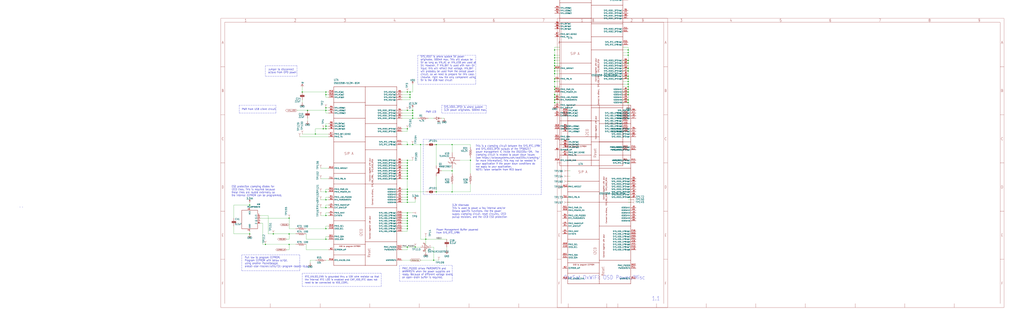
<source format=kicad_sch>
(kicad_sch (version 20210621) (generator eeschema)
  (paper "User" 989.584 318.11)
  (junction (at 535.94 71.12))
  (junction (at 535.94 78.74))
  (junction (at 535.94 96.52))
  (junction (at 396.24 93.98))
  (junction (at 421.64 185.42))
  (junction (at 398.78 106.68))
  (junction (at 297.18 106.68))
  (junction (at 393.7 154.94))
  (junction (at 314.96 220.98))
  (junction (at 398.78 109.22))
  (junction (at 393.7 170.18))
  (junction (at 607.06 60.96))
  (junction (at 607.06 86.36))
  (junction (at 535.94 48.26))
  (junction (at 393.7 215.9))
  (junction (at 312.42 124.46))
  (junction (at 393.7 218.44))
  (junction (at 396.24 88.9))
  (junction (at 264.16 226.06))
  (junction (at 535.94 53.34))
  (junction (at 314.96 104.14))
  (junction (at 393.7 162.56))
  (junction (at 419.1 251.46))
  (junction (at 393.7 213.36))
  (junction (at 393.7 139.7))
  (junction (at 406.4 139.7))
  (junction (at 393.7 193.04))
  (junction (at 535.94 55.88))
  (junction (at 241.3 226.06))
  (junction (at 535.94 60.96))
  (junction (at 607.06 91.44))
  (junction (at 436.88 185.42))
  (junction (at 454.66 154.94))
  (junction (at 607.06 53.34))
  (junction (at 535.94 93.98))
  (junction (at 393.7 205.74))
  (junction (at 607.06 58.42))
  (junction (at 607.06 83.82))
  (junction (at 436.88 165.1))
  (junction (at 535.94 99.06))
  (junction (at 607.06 73.66))
  (junction (at 393.7 187.96))
  (junction (at 314.96 193.04))
  (junction (at 607.06 96.52))
  (junction (at 607.06 78.74))
  (junction (at 393.7 157.48))
  (junction (at 393.7 195.58))
  (junction (at 314.96 200.66))
  (junction (at 398.78 139.7))
  (junction (at 607.06 50.8))
  (junction (at 279.4 236.22))
  (junction (at 436.88 139.7))
  (junction (at 535.94 76.2))
  (junction (at 314.96 231.14))
  (junction (at 279.4 226.06))
  (junction (at 398.78 111.76))
  (junction (at 421.64 139.7))
  (junction (at 393.7 190.5))
  (junction (at 314.96 208.28))
  (junction (at 314.96 185.42))
  (junction (at 304.8 129.54))
  (junction (at 411.48 231.14))
  (junction (at 292.1 88.9))
  (junction (at 393.7 167.64))
  (junction (at 393.7 160.02))
  (junction (at 535.94 58.42))
  (junction (at 393.7 172.72))
  (junction (at 393.7 185.42))
  (junction (at 393.7 124.46))
  (junction (at 393.7 208.28))
  (junction (at 393.7 238.76))
  (junction (at 256.54 236.22))
  (junction (at 241.3 198.12))
  (junction (at 535.94 66.04))
  (junction (at 393.7 165.1))
  (junction (at 607.06 66.04))
  (junction (at 535.94 86.36))
  (junction (at 398.78 114.3))
  (junction (at 314.96 106.68))
  (junction (at 607.06 88.9))
  (junction (at 314.96 91.44))
  (junction (at 535.94 83.82))
  (junction (at 535.94 68.58))
  (junction (at 607.06 48.26))
  (junction (at 401.32 238.76))
  (junction (at 279.4 210.82))
  (junction (at 314.96 88.9))
  (junction (at 396.24 91.44))
  (junction (at 393.7 210.82))
  (junction (at 393.7 88.9))
  (junction (at 607.06 99.06))
  (junction (at 607.06 76.2))
  (junction (at 535.94 63.5))
  (junction (at 314.96 121.92))
  (junction (at 607.06 81.28))
  (junction (at 607.06 68.58))
  (junction (at 393.7 220.98))
  (junction (at 393.7 106.68))
  (junction (at 535.94 91.44))
  (junction (at 314.96 124.46))
  (junction (at 393.7 182.88))
  (wire (pts (xy 436.88 139.7) (xy 454.66 139.7)))
  (wire (pts (xy 314.96 185.42) (xy 309.88 185.42)))
  (wire (pts (xy 304.8 129.54) (xy 317.5 129.54)))
  (wire (pts (xy 259.08 226.06) (xy 259.08 208.28)))
  (wire (pts (xy 607.06 58.42) (xy 601.98 58.42)))
  (wire (pts (xy 421.64 185.42) (xy 421.64 170.18)))
  (wire (pts (xy 393.7 182.88) (xy 393.7 172.72)))
  (wire (pts (xy 411.48 139.7) (xy 406.4 139.7)))
  (polyline (pts (xy 459.74 81.28) (xy 459.74 53.34)))
  (wire (pts (xy 393.7 88.9) (xy 396.24 88.9)))
  (wire (pts (xy 317.5 198.12) (xy 314.96 198.12)))
  (wire (pts (xy 406.4 238.76) (xy 401.32 238.76)))
  (wire (pts (xy 314.96 208.28) (xy 309.88 208.28)))
  (wire (pts (xy 295.91 231.14) (xy 314.96 231.14)))
  (wire (pts (xy 388.62 91.44) (xy 396.24 91.44)))
  (wire (pts (xy 607.06 76.2) (xy 601.98 76.2)))
  (polyline (pts (xy 289.56 246.38) (xy 233.68 246.38)))
  (polyline (pts (xy 292.1 276.86) (xy 368.3 276.86)))
  (polyline (pts (xy 408.94 134.62) (xy 523.24 134.62)))
  (wire (pts (xy 314.96 193.04) (xy 309.88 193.04)))
  (wire (pts (xy 393.7 160.02) (xy 393.7 157.48)))
  (wire (pts (xy 607.06 73.66) (xy 601.98 73.66)))
  (polyline (pts (xy 233.68 246.38) (xy 233.68 261.62)))
  (wire (pts (xy 279.4 220.98) (xy 279.4 210.82)))
  (wire (pts (xy 454.66 167.64) (xy 454.66 154.94)))
  (wire (pts (xy 264.16 226.06) (xy 259.08 226.06)))
  (wire (pts (xy 393.7 139.7) (xy 393.7 137.16)))
  (wire (pts (xy 548.64 165.1) (xy 551.18 165.1)))
  (wire (pts (xy 314.96 124.46) (xy 314.96 121.92)))
  (wire (pts (xy 398.78 109.22) (xy 398.78 111.76)))
  (wire (pts (xy 398.78 205.74) (xy 393.7 205.74)))
  (wire (pts (xy 388.62 185.42) (xy 393.7 185.42)))
  (wire (pts (xy 454.66 154.94) (xy 454.66 152.4)))
  (wire (pts (xy 388.62 215.9) (xy 393.7 215.9)))
  (wire (pts (xy 314.96 190.5) (xy 314.96 193.04)))
  (wire (pts (xy 314.96 88.9) (xy 317.5 88.9)))
  (wire (pts (xy 388.62 96.52) (xy 396.24 96.52)))
  (wire (pts (xy 607.06 60.96) (xy 601.98 60.96)))
  (wire (pts (xy 388.62 160.02) (xy 393.7 160.02)))
  (wire (pts (xy 535.94 48.26) (xy 535.94 53.34)))
  (wire (pts (xy 607.06 91.44) (xy 601.98 91.44)))
  (polyline (pts (xy 233.68 261.62) (xy 289.56 261.62)))
  (polyline (pts (xy 256.54 73.66) (xy 287.02 73.66)))
  (wire (pts (xy 314.96 93.98) (xy 314.96 91.44)))
  (polyline (pts (xy 292.1 264.16) (xy 292.1 276.86)))
  (wire (pts (xy 607.06 88.9) (xy 607.06 86.36)))
  (wire (pts (xy 401.32 238.76) (xy 393.7 238.76)))
  (wire (pts (xy 607.06 83.82) (xy 601.98 83.82)))
  (wire (pts (xy 393.7 127) (xy 393.7 124.46)))
  (wire (pts (xy 396.24 96.52) (xy 396.24 93.98)))
  (wire (pts (xy 317.5 218.44) (xy 314.96 218.44)))
  (wire (pts (xy 398.78 114.3) (xy 388.62 114.3)))
  (wire (pts (xy 299.72 251.46) (xy 299.72 254)))
  (wire (pts (xy 401.32 195.58) (xy 393.7 195.58)))
  (wire (pts (xy 541.02 86.36) (xy 535.94 86.36)))
  (wire (pts (xy 535.94 96.52) (xy 535.94 93.98)))
  (wire (pts (xy 607.06 60.96) (xy 607.06 66.04)))
  (wire (pts (xy 289.56 132.08) (xy 317.5 132.08)))
  (wire (pts (xy 254 236.22) (xy 254 215.9)))
  (wire (pts (xy 548.64 190.5) (xy 551.18 190.5)))
  (wire (pts (xy 419.1 238.76) (xy 416.56 238.76)))
  (polyline (pts (xy 266.7 109.22) (xy 266.7 101.6)))
  (wire (pts (xy 226.06 198.12) (xy 241.3 198.12)))
  (wire (pts (xy 419.1 251.46) (xy 388.62 251.46)))
  (wire (pts (xy 317.5 200.66) (xy 314.96 200.66)))
  (wire (pts (xy 436.88 162.56) (xy 436.88 165.1)))
  (wire (pts (xy 388.62 165.1) (xy 393.7 165.1)))
  (wire (pts (xy 393.7 185.42) (xy 411.48 185.42)))
  (wire (pts (xy 393.7 190.5) (xy 393.7 187.96)))
  (wire (pts (xy 607.06 99.06) (xy 601.98 99.06)))
  (wire (pts (xy 535.94 91.44) (xy 535.94 86.36)))
  (wire (pts (xy 426.72 114.3) (xy 429.26 114.3)))
  (wire (pts (xy 406.4 139.7) (xy 398.78 139.7)))
  (wire (pts (xy 388.62 182.88) (xy 393.7 182.88)))
  (wire (pts (xy 388.62 93.98) (xy 396.24 93.98)))
  (polyline (pts (xy 368.3 276.86) (xy 368.3 264.16)))
  (wire (pts (xy 607.06 66.04) (xy 607.06 68.58)))
  (wire (pts (xy 279.4 231.14) (xy 276.86 231.14)))
  (wire (pts (xy 317.5 109.22) (xy 314.96 109.22)))
  (wire (pts (xy 241.3 198.12) (xy 241.3 195.58)))
  (wire (pts (xy 314.96 218.44) (xy 314.96 220.98)))
  (wire (pts (xy 535.94 60.96) (xy 535.94 63.5)))
  (wire (pts (xy 607.06 81.28) (xy 607.06 78.74)))
  (wire (pts (xy 535.94 68.58) (xy 535.94 71.12)))
  (wire (pts (xy 314.96 121.92) (xy 314.96 119.38)))
  (wire (pts (xy 314.96 119.38) (xy 317.5 119.38)))
  (wire (pts (xy 419.1 251.46) (xy 424.18 251.46)))
  (wire (pts (xy 535.94 71.12) (xy 535.94 76.2)))
  (wire (pts (xy 541.02 83.82) (xy 535.94 83.82)))
  (wire (pts (xy 254 215.9) (xy 251.46 215.9)))
  (wire (pts (xy 551.18 195.58) (xy 548.64 195.58)))
  (wire (pts (xy 607.06 195.58) (xy 609.6 195.58)))
  (wire (pts (xy 393.7 213.36) (xy 393.7 210.82)))
  (wire (pts (xy 535.94 101.6) (xy 535.94 99.06)))
  (wire (pts (xy 314.96 198.12) (xy 314.96 200.66)))
  (wire (pts (xy 541.02 76.2) (xy 535.94 76.2)))
  (wire (pts (xy 393.7 139.7) (xy 398.78 139.7)))
  (polyline (pts (xy 436.88 271.78) (xy 436.88 256.54)))
  (wire (pts (xy 406.4 231.14) (xy 411.48 231.14)))
  (wire (pts (xy 551.18 180.34) (xy 548.64 180.34)))
  (wire (pts (xy 312.42 124.46) (xy 304.8 124.46)))
  (wire (pts (xy 393.7 172.72) (xy 393.7 170.18)))
  (wire (pts (xy 314.96 104.14) (xy 317.5 104.14)))
  (wire (pts (xy 256.54 236.22) (xy 254 236.22)))
  (wire (pts (xy 398.78 109.22) (xy 398.78 106.68)))
  (wire (pts (xy 297.18 106.68) (xy 287.02 106.68)))
  (wire (pts (xy 393.7 241.3) (xy 393.7 238.76)))
  (wire (pts (xy 607.06 86.36) (xy 601.98 86.36)))
  (wire (pts (xy 388.62 241.3) (xy 393.7 241.3)))
  (polyline (pts (xy 469.9 101.6) (xy 469.9 109.22)))
  (wire (pts (xy 454.66 154.94) (xy 444.5 154.94)))
  (wire (pts (xy 541.02 60.96) (xy 535.94 60.96)))
  (wire (pts (xy 388.62 218.44) (xy 393.7 218.44)))
  (wire (pts (xy 431.8 238.76) (xy 431.8 241.3)))
  (wire (pts (xy 419.1 251.46) (xy 419.1 238.76)))
  (wire (pts (xy 393.7 195.58) (xy 393.7 193.04)))
  (polyline (pts (xy 403.86 81.28) (xy 459.74 81.28)))
  (wire (pts (xy 535.94 66.04) (xy 535.94 68.58)))
  (wire (pts (xy 535.94 93.98) (xy 535.94 91.44)))
  (wire (pts (xy 388.62 106.68) (xy 393.7 106.68)))
  (wire (pts (xy 388.62 154.94) (xy 393.7 154.94)))
  (polyline (pts (xy 287.02 73.66) (xy 287.02 63.5)))
  (polyline (pts (xy 469.9 109.22) (xy 426.72 109.22)))
  (wire (pts (xy 314.96 106.68) (xy 297.18 106.68)))
  (wire (pts (xy 431.8 231.14) (xy 411.48 231.14)))
  (wire (pts (xy 607.06 50.8) (xy 607.06 53.34)))
  (wire (pts (xy 279.4 226.06) (xy 285.75 226.06)))
  (wire (pts (xy 393.7 162.56) (xy 393.7 160.02)))
  (wire (pts (xy 393.7 170.18) (xy 393.7 167.64)))
  (polyline (pts (xy 426.72 101.6) (xy 469.9 101.6)))
  (wire (pts (xy 314.96 182.88) (xy 314.96 185.42)))
  (wire (pts (xy 609.6 193.04) (xy 607.06 193.04)))
  (wire (pts (xy 393.7 137.16) (xy 388.62 137.16)))
  (wire (pts (xy 393.7 106.68) (xy 398.78 106.68)))
  (wire (pts (xy 388.62 210.82) (xy 393.7 210.82)))
  (polyline (pts (xy 231.14 101.6) (xy 231.14 109.22)))
  (wire (pts (xy 388.62 88.9) (xy 393.7 88.9)))
  (wire (pts (xy 388.62 162.56) (xy 393.7 162.56)))
  (wire (pts (xy 393.7 208.28) (xy 393.7 205.74)))
  (wire (pts (xy 541.02 55.88) (xy 535.94 55.88)))
  (wire (pts (xy 607.06 101.6) (xy 607.06 99.06)))
  (wire (pts (xy 388.62 172.72) (xy 393.7 172.72)))
  (wire (pts (xy 541.02 58.42) (xy 535.94 58.42)))
  (polyline (pts (xy 408.94 187.96) (xy 408.94 134.62)))
  (wire (pts (xy 314.96 106.68) (xy 314.96 104.14)))
  (wire (pts (xy 411.48 231.14) (xy 411.48 236.22)))
  (wire (pts (xy 535.94 99.06) (xy 535.94 96.52)))
  (wire (pts (xy 607.06 53.34) (xy 601.98 53.34)))
  (wire (pts (xy 259.08 208.28) (xy 251.46 208.28)))
  (wire (pts (xy 454.66 185.42) (xy 454.66 177.8)))
  (wire (pts (xy 607.06 50.8) (xy 601.98 50.8)))
  (wire (pts (xy 541.02 53.34) (xy 535.94 53.34)))
  (wire (pts (xy 393.7 218.44) (xy 393.7 215.9)))
  (wire (pts (xy 535.94 63.5) (xy 535.94 66.04)))
  (polyline (pts (xy 256.54 63.5) (xy 256.54 73.66)))
  (wire (pts (xy 393.7 157.48) (xy 393.7 154.94)))
  (wire (pts (xy 436.88 165.1) (xy 436.88 167.64)))
  (wire (pts (xy 607.06 73.66) (xy 607.06 76.2)))
  (wire (pts (xy 436.88 185.42) (xy 454.66 185.42)))
  (polyline (pts (xy 231.14 109.22) (xy 266.7 109.22)))
  (wire (pts (xy 393.7 187.96) (xy 393.7 185.42)))
  (wire (pts (xy 388.62 220.98) (xy 393.7 220.98)))
  (wire (pts (xy 317.5 185.42) (xy 314.96 185.42)))
  (wire (pts (xy 414.02 114.3) (xy 419.1 114.3)))
  (wire (pts (xy 535.94 45.72) (xy 535.94 48.26)))
  (wire (pts (xy 279.4 241.3) (xy 279.4 236.22)))
  (wire (pts (xy 411.48 228.6) (xy 411.48 231.14)))
  (wire (pts (xy 541.02 45.72) (xy 535.94 45.72)))
  (wire (pts (xy 317.5 228.6) (xy 314.96 228.6)))
  (wire (pts (xy 541.02 78.74) (xy 535.94 78.74)))
  (wire (pts (xy 396.24 88.9) (xy 398.78 88.9)))
  (wire (pts (xy 317.5 106.68) (xy 314.96 106.68)))
  (wire (pts (xy 317.5 231.14) (xy 314.96 231.14)))
  (wire (pts (xy 226.06 210.82) (xy 226.06 198.12)))
  (wire (pts (xy 317.5 205.74) (xy 314.96 205.74)))
  (wire (pts (xy 314.96 205.74) (xy 314.96 208.28)))
  (wire (pts (xy 388.62 109.22) (xy 398.78 109.22)))
  (wire (pts (xy 317.5 251.46) (xy 314.96 251.46)))
  (wire (pts (xy 541.02 93.98) (xy 535.94 93.98)))
  (wire (pts (xy 241.3 200.66) (xy 241.3 198.12)))
  (wire (pts (xy 535.94 55.88) (xy 535.94 58.42)))
  (wire (pts (xy 551.18 170.18) (xy 548.64 170.18)))
  (wire (pts (xy 314.96 228.6) (xy 314.96 231.14)))
  (wire (pts (xy 406.4 139.7) (xy 406.4 231.14)))
  (wire (pts (xy 317.5 220.98) (xy 314.96 220.98)))
  (wire (pts (xy 541.02 63.5) (xy 535.94 63.5)))
  (wire (pts (xy 388.62 111.76) (xy 398.78 111.76)))
  (wire (pts (xy 535.94 58.42) (xy 535.94 60.96)))
  (wire (pts (xy 314.96 88.9) (xy 292.1 88.9)))
  (polyline (pts (xy 436.88 256.54) (xy 386.08 256.54)))
  (wire (pts (xy 292.1 99.06) (xy 292.1 96.52)))
  (wire (pts (xy 388.62 195.58) (xy 393.7 195.58)))
  (polyline (pts (xy 368.3 264.16) (xy 292.1 264.16)))
  (wire (pts (xy 317.5 91.44) (xy 314.96 91.44)))
  (wire (pts (xy 398.78 114.3) (xy 403.86 114.3)))
  (wire (pts (xy 295.91 236.22) (xy 295.91 241.3)))
  (polyline (pts (xy 289.56 261.62) (xy 289.56 246.38)))
  (wire (pts (xy 317.5 124.46) (xy 314.96 124.46)))
  (wire (pts (xy 535.94 86.36) (xy 535.94 83.82)))
  (wire (pts (xy 607.06 68.58) (xy 601.98 68.58)))
  (wire (pts (xy 393.7 193.04) (xy 393.7 190.5)))
  (wire (pts (xy 317.5 182.88) (xy 314.96 182.88)))
  (wire (pts (xy 421.64 160.02) (xy 421.64 139.7)))
  (wire (pts (xy 454.66 139.7) (xy 454.66 142.24)))
  (wire (pts (xy 607.06 96.52) (xy 607.06 91.44)))
  (wire (pts (xy 607.06 53.34) (xy 607.06 58.42)))
  (wire (pts (xy 535.94 78.74) (xy 535.94 76.2)))
  (wire (pts (xy 436.88 147.32) (xy 436.88 139.7)))
  (wire (pts (xy 436.88 177.8) (xy 436.88 185.42)))
  (wire (pts (xy 607.06 81.28) (xy 601.98 81.28)))
  (wire (pts (xy 393.7 165.1) (xy 393.7 162.56)))
  (wire (pts (xy 388.62 127) (xy 393.7 127)))
  (wire (pts (xy 541.02 66.04) (xy 535.94 66.04)))
  (wire (pts (xy 393.7 185.42) (xy 393.7 182.88)))
  (wire (pts (xy 317.5 190.5) (xy 314.96 190.5)))
  (wire (pts (xy 607.06 48.26) (xy 601.98 48.26)))
  (polyline (pts (xy 386.08 256.54) (xy 386.08 271.78)))
  (polyline (pts (xy 426.72 109.22) (xy 426.72 101.6)))
  (wire (pts (xy 398.78 88.9) (xy 398.78 81.28)))
  (polyline (pts (xy 386.08 271.78) (xy 436.88 271.78)))
  (wire (pts (xy 607.06 45.72) (xy 601.98 45.72)))
  (wire (pts (xy 292.1 129.54) (xy 304.8 129.54)))
  (polyline (pts (xy 287.02 63.5) (xy 256.54 63.5)))
  (wire (pts (xy 421.64 139.7) (xy 436.88 139.7)))
  (wire (pts (xy 317.5 121.92) (xy 314.96 121.92)))
  (polyline (pts (xy 523.24 187.96) (xy 408.94 187.96)))
  (wire (pts (xy 398.78 111.76) (xy 398.78 114.3)))
  (wire (pts (xy 317.5 93.98) (xy 314.96 93.98)))
  (wire (pts (xy 607.06 48.26) (xy 607.06 50.8)))
  (wire (pts (xy 314.96 124.46) (xy 312.42 124.46)))
  (wire (pts (xy 548.64 175.26) (xy 551.18 175.26)))
  (wire (pts (xy 388.62 187.96) (xy 393.7 187.96)))
  (wire (pts (xy 279.4 241.3) (xy 276.86 241.3)))
  (wire (pts (xy 292.1 83.82) (xy 292.1 88.9)))
  (wire (pts (xy 297.18 116.84) (xy 297.18 114.3)))
  (wire (pts (xy 541.02 99.06) (xy 535.94 99.06)))
  (wire (pts (xy 607.06 96.52) (xy 601.98 96.52)))
  (wire (pts (xy 607.06 45.72) (xy 607.06 48.26)))
  (wire (pts (xy 541.02 91.44) (xy 535.94 91.44)))
  (wire (pts (xy 226.06 226.06) (xy 241.3 226.06)))
  (wire (pts (xy 279.4 231.14) (xy 279.4 226.06)))
  (wire (pts (xy 436.88 165.1) (xy 426.72 165.1)))
  (wire (pts (xy 388.62 167.64) (xy 393.7 167.64)))
  (wire (pts (xy 388.62 157.48) (xy 393.7 157.48)))
  (wire (pts (xy 241.3 226.06) (xy 241.3 223.52)))
  (wire (pts (xy 393.7 238.76) (xy 388.62 238.76)))
  (wire (pts (xy 541.02 48.26) (xy 535.94 48.26)))
  (wire (pts (xy 285.75 220.98) (xy 279.4 220.98)))
  (wire (pts (xy 607.06 58.42) (xy 607.06 60.96)))
  (wire (pts (xy 314.96 109.22) (xy 314.96 106.68)))
  (wire (pts (xy 607.06 66.04) (xy 601.98 66.04)))
  (wire (pts (xy 388.62 190.5) (xy 393.7 190.5)))
  (wire (pts (xy 393.7 215.9) (xy 393.7 213.36)))
  (wire (pts (xy 607.06 78.74) (xy 601.98 78.74)))
  (wire (pts (xy 279.4 226.06) (xy 264.16 226.06)))
  (polyline (pts (xy 523.24 134.62) (xy 523.24 187.96)))
  (wire (pts (xy 393.7 154.94) (xy 398.78 154.94)))
  (wire (pts (xy 388.62 139.7) (xy 393.7 139.7)))
  (wire (pts (xy 304.8 251.46) (xy 299.72 251.46)))
  (wire (pts (xy 396.24 91.44) (xy 396.24 88.9)))
  (wire (pts (xy 295.91 220.98) (xy 314.96 220.98)))
  (wire (pts (xy 317.5 193.04) (xy 314.96 193.04)))
  (wire (pts (xy 541.02 96.52) (xy 535.94 96.52)))
  (wire (pts (xy 607.06 83.82) (xy 607.06 81.28)))
  (wire (pts (xy 309.88 162.56) (xy 317.5 162.56)))
  (wire (pts (xy 398.78 106.68) (xy 398.78 104.14)))
  (wire (pts (xy 535.94 53.34) (xy 535.94 55.88)))
  (wire (pts (xy 401.32 193.04) (xy 401.32 195.58)))
  (wire (pts (xy 535.94 78.74) (xy 535.94 83.82)))
  (wire (pts (xy 393.7 220.98) (xy 393.7 218.44)))
  (polyline (pts (xy 403.86 53.34) (xy 403.86 81.28)))
  (wire (pts (xy 388.62 170.18) (xy 393.7 170.18)))
  (wire (pts (xy 607.06 88.9) (xy 601.98 88.9)))
  (wire (pts (xy 317.5 208.28) (xy 314.96 208.28)))
  (wire (pts (xy 279.4 236.22) (xy 256.54 236.22)))
  (wire (pts (xy 393.7 223.52) (xy 393.7 220.98)))
  (wire (pts (xy 279.4 210.82) (xy 251.46 210.82)))
  (wire (pts (xy 388.62 205.74) (xy 393.7 205.74)))
  (wire (pts (xy 393.7 210.82) (xy 393.7 208.28)))
  (wire (pts (xy 388.62 193.04) (xy 393.7 193.04)))
  (wire (pts (xy 388.62 208.28) (xy 393.7 208.28)))
  (wire (pts (xy 304.8 124.46) (xy 304.8 129.54)))
  (wire (pts (xy 295.91 226.06) (xy 295.91 231.14)))
  (wire (pts (xy 309.88 172.72) (xy 317.5 172.72)))
  (wire (pts (xy 607.06 190.5) (xy 609.6 190.5)))
  (wire (pts (xy 541.02 68.58) (xy 535.94 68.58)))
  (wire (pts (xy 607.06 68.58) (xy 607.06 73.66)))
  (wire (pts (xy 226.06 218.44) (xy 226.06 226.06)))
  (wire (pts (xy 396.24 93.98) (xy 396.24 91.44)))
  (wire (pts (xy 285.75 236.22) (xy 279.4 236.22)))
  (wire (pts (xy 436.88 185.42) (xy 421.64 185.42)))
  (wire (pts (xy 314.96 200.66) (xy 309.88 200.66)))
  (wire (pts (xy 314.96 91.44) (xy 314.96 88.9)))
  (wire (pts (xy 393.7 167.64) (xy 393.7 165.1)))
  (wire (pts (xy 411.48 243.84) (xy 411.48 241.3)))
  (wire (pts (xy 607.06 78.74) (xy 607.06 76.2)))
  (polyline (pts (xy 266.7 101.6) (xy 231.14 101.6)))
  (wire (pts (xy 295.91 241.3) (xy 317.5 241.3)))
  (wire (pts (xy 388.62 223.52) (xy 393.7 223.52)))
  (wire (pts (xy 541.02 71.12) (xy 535.94 71.12)))
  (wire (pts (xy 388.62 213.36) (xy 393.7 213.36)))
  (polyline (pts (xy 459.74 53.34) (xy 403.86 53.34)))
  (wire (pts (xy 607.06 91.44) (xy 607.06 88.9)))
  (wire (pts (xy 393.7 124.46) (xy 388.62 124.46)))
  (wire (pts (xy 607.06 99.06) (xy 607.06 96.52)))
  (wire (pts (xy 607.06 86.36) (xy 607.06 83.82)))
  (text "Pull low to program EEPROM.\nProgram EEPROM with below script,\nusing another Pocketbeagle\noresat-star-tracker/utils/i2c-program-board-id.py" (at 236.474 258.572 0) (effects (font (size 1.778 1.5113)) (justify left bottom)))
  (text "ESD protection clamping diodes for\nI2C0 lines. This is required because\nthese lines are routed externally so\nthe internal EEPROM can be programmed." (at 223.774 189.992 0) (effects (font (size 1.778 1.5113)) (justify left bottom)))
  (text "This is a clamping circuit between the SYS_RTC_1P8V\nand SYS_VDD3_3P3V outputs of the TPS65217\npower management IC inside the OSD335x-SM.  The\nclamping circuit is related to power down issues\n(see https://octavosystems.com/osd335x/clamping/\nfor more information). This may not be needed in\nyour application if the power down conditions do\nnot apply to your application.\nNOTE: Taken verbatim from RED board" (at 459.74 165.1 0) (effects (font (size 1.778 1.5113)) (justify left bottom)))
  (text "RTC_KALDO_ENN is grounded thru a 10K ohm resistor so that\nthe internal RTC LDO is enabled and CAP_VDD_RTC does not\nneed to be connected to VDD_CORE." (at 294.64 274.32 0) (effects (font (size 1.778 1.5113)) (justify left bottom)))
  (text "3.3V Alternate\nThis is used to power a few internal and/or\nOctavo specific functions, like the power\nsupply clamping circuit, reset circuitry, I2C0\npullup resistors, and the I2C0 ESD protection" (at 436.88 210.82 0) (effects (font (size 1.778 1.5113)) (justify left bottom)))
  (text "Jumper to disconnect\noctavo from OPD power" (at 259.08 71.12 180) (effects (font (size 1.778 1.5113)) (justify left bottom)))
  (text "SYS_VDD1_3P3V is where system\n3.3V power originates, 500mA max," (at 429.006 107.442 0) (effects (font (size 1.778 1.5113)) (justify left bottom)))
  (text "\" \"" (at 18.796 202.184 180) (effects (font (size 1.778 1.5113)) (justify left bottom)))
  (text "PMIC_PGOOD drives PWRONRSTN and\nWARMRSTN when the power supplies are\nready. Because of different voltage levels,\nan open-drain buffer is required." (at 388.62 269.24 0) (effects (font (size 1.778 1.5113)) (justify left bottom)))
  (text "OreSat DxWiFi: OSD Power/Misc" (at 544.83 270.51 180) (effects (font (size 3.81 3.2385)) (justify left bottom)))
  (text "SYS_VOUT is where system 5V power\noriginates, 500mA max. This will always be\n5V as long as VIN_AC or VIN_USB are used at\n5V. However, if VIN_BAT is used with non-5V\ninput, this will reflect that voltage. VIN_BAT\nwill probably be used from the oresat power\ncircuit, so we need to prepare for this case.\nLikewise, right now the only component using\n5V is the USB host circuit" (at 406.4 78.74 0) (effects (font (size 1.778 1.5113)) (justify left bottom)))
  (text "Power Management Buffer powered\nfrom SYS_RTC_1P8V" (at 421.64 226.06 180) (effects (font (size 1.778 1.5113)) (justify left bottom)))
  (text "PWR from USB client circuit" (at 233.68 106.68 180) (effects (font (size 1.778 1.5113)) (justify left bottom)))
  (text "1.1" (at 629.92 290.83 180) (effects (font (size 3.81 3.2385)) (justify left bottom)))
  (text "PWR LED" (at 411.48 109.22 180) (effects (font (size 1.778 1.5113)) (justify left bottom)))
  (label "N$53" (at 421.64 231.14 0) (effects (font (size 1.2446 1.2446))))
  (label "PMIC_PGOOD" (at 388.62 238.76 0) (effects (font (size 1.2446 1.2446))))
  (global_label "I2C0_SCL" (shape bidirectional) (at 279.4 217.17 180) (effects (font (size 0.889 0.889))) (property "Intersheet References" "${INTERSHEET_REFS}" (effects hide)))
  (global_label "RESET#" (shape bidirectional) (at 396.24 251.46 0) (effects (font (size 1.2446 1.2446))) (property "Intersheet References" "${INTERSHEET_REFS}" (effects hide)))
  (global_label "VIN_USB" (shape bidirectional) (at 287.02 106.68 180) (effects (font (size 1.2446 1.2446))) (property "Intersheet References" "${INTERSHEET_REFS}" (effects hide)))
  (global_label "I2C0_SDA" (shape bidirectional) (at 276.86 231.14 180) (effects (font (size 0.889 0.889))) (property "Intersheet References" "${INTERSHEET_REFS}" (effects hide)))
  (global_label "EEPROM_WP" (shape bidirectional) (at 276.86 241.3 180) (effects (font (size 0.889 0.889))) (property "Intersheet References" "${INTERSHEET_REFS}" (effects hide)))
  (symbol (lib_id "oresat-live-card-eagle-import:OSD3358-512M-BSM") (at 353.06 167.64 0)
    (property "Reference" "U7" (at 322.58 76.2 0) (effects (font (size 1.778 1.5113)) (justify left top)))
    (property "Value" "OSD3358-512M-BSM" (at 322.58 81.28 0) (effects (font (size 1.778 1.5113)) (justify left bottom)))
    (property "Footprint" "OSD335X-BGA-256" (effects hide))
  )
  (symbol (lib_id "oresat-live-card-eagle-import:TEST-POINT3X4") (at 309.88 193.04 90)
    (property "Reference" "TP132" (at 307.975 194.31 0) (effects (font (size 1.778 1.778)) (justify left bottom)))
    (property "Value" "TEST-POINT3X4" (effects hide))
    (property "Footprint" "PAD.03X.04" (effects hide))
  )
  (symbol (lib_id "oresat-live-card-eagle-import:VDD") (at 398.78 81.28 0)
    (property "Reference" "#SUPPLY3" (effects hide))
    (property "Value" "VDD" (at 398.78 78.486 0) (effects (font (size 1.778 1.5113)) (justify bottom)))
  )
  (symbol (lib_id "oresat-live-card-eagle-import:R-US_0603-A") (at 436.88 172.72 270)
    (property "Reference" "R23" (at 434.34 172.72 90) (effects (font (size 1.778 1.5113)) (justify right top)))
    (property "Value" "499" (at 434.34 175.26 90) (effects (font (size 1.778 1.5113)) (justify right top)))
    (property "Footprint" ".0603-A" (effects hide))
  )
  (symbol (lib_id "oresat-live-card-eagle-import:MMBT2907SMD") (at 424.18 165.1 180)
    (property "Reference" "Q1" (at 424.18 157.48 0) (effects (font (size 1.778 1.5113)) (justify right bottom)))
    (property "Value" "MMBT2907" (at 424.18 160.02 0) (effects (font (size 1.778 1.5113)) (justify right bottom)))
    (property "Footprint" "SOT23-BEC" (effects hide))
  )
  (symbol (lib_id "oresat-live-card-eagle-import:C-EU0603-A") (at 226.06 213.36 0)
    (property "Reference" "C41" (at 227.076 212.725 0) (effects (font (size 1.778 1.5113)) (justify left bottom)))
    (property "Value" "0.1uF" (at 227.076 217.551 0) (effects (font (size 1.778 1.5113)) (justify left bottom)))
    (property "Footprint" ".0603-A" (effects hide))
  )
  (symbol (lib_id "oresat-live-card-eagle-import:TEST-POINT3X4") (at 398.78 139.7 90)
    (property "Reference" "TP164" (at 402.59 139.065 0) (effects (font (size 1.778 1.778)) (justify left bottom)))
    (property "Value" "TEST-POINT3X4" (effects hide))
    (property "Footprint" "PAD.03X.04" (effects hide))
  )
  (symbol (lib_id "oresat-live-card-eagle-import:R-US_0603-A") (at 454.66 172.72 270)
    (property "Reference" "R28" (at 452.12 172.72 90) (effects (font (size 1.778 1.5113)) (justify right top)))
    (property "Value" "10k" (at 452.12 175.26 90) (effects (font (size 1.778 1.5113)) (justify right top)))
    (property "Footprint" ".0603-A" (effects hide))
  )
  (symbol (lib_id "oresat-live-card-eagle-import:GND") (at 297.18 119.38 0)
    (property "Reference" "#GND68" (effects hide))
    (property "Value" "GND" (at 297.18 119.634 0) (effects (font (size 1.778 1.5113)) (justify top)))
  )
  (symbol (lib_id "oresat-live-card-eagle-import:R-US_0603-A") (at 309.88 251.46 0)
    (property "Reference" "R15" (at 306.07 249.9614 0) (effects (font (size 1.778 1.5113)) (justify left bottom)))
    (property "Value" "10k" (at 306.07 254.762 0) (effects (font (size 1.778 1.5113)) (justify left bottom)))
    (property "Footprint" ".0603-A" (effects hide))
  )
  (symbol (lib_id "oresat-live-card-eagle-import:TEST-POINT3X4") (at 609.6 190.5 0)
    (property "Reference" "TP172" (at 614.172 191.262 0) (effects (font (size 1.778 1.778)) (justify left bottom)))
    (property "Value" "TEST-POINT3X4" (effects hide))
    (property "Footprint" "PAD.03X.04" (effects hide))
  )
  (symbol (lib_id "oresat-live-card-eagle-import:RCLAMP0504FB") (at 241.3 210.82 0) (mirror y)
    (property "Reference" "U18" (at 251.46 198.12 0) (effects (font (size 1.27 1.0795)) (justify left bottom)))
    (property "Value" "RCLAMP0504FB" (at 251.46 200.66 0) (effects (font (size 1.27 1.0795)) (justify left bottom)))
    (property "Footprint" "SC70-6" (effects hide))
  )
  (symbol (lib_id "oresat-live-card-eagle-import:TEST-POINT3X4") (at 609.6 193.04 0)
    (property "Reference" "TP150" (at 614.172 193.802 0) (effects (font (size 1.778 1.778)) (justify left bottom)))
    (property "Value" "TEST-POINT3X4" (effects hide))
    (property "Footprint" "PAD.03X.04" (effects hide))
  )
  (symbol (lib_id "oresat-live-card-eagle-import:OSD3358-512M-BSM") (at 571.5 71.12 0)
    (property "Reference" "U7" (at 548.64 35.56 0) (effects (font (size 1.778 1.5113)) (justify left top)))
    (property "Value" "OSD3358-512M-BSM" (at 571.5 73.66 0) (effects (font (size 1.778 1.5113)) (justify left bottom)))
    (property "Footprint" "OSD335X-BGA-256" (effects hide))
  )
  (symbol (lib_id "oresat-live-card-eagle-import:R-US_0603-A") (at 290.83 220.98 0)
    (property "Reference" "R73" (at 287.02 219.71 0) (effects (font (size 1.778 1.5113)) (justify left bottom)))
    (property "Value" "100" (at 293.37 219.71 0) (effects (font (size 1.778 1.5113)) (justify left bottom)))
    (property "Footprint" ".0603-A" (effects hide))
  )
  (symbol (lib_id "oresat-live-card-eagle-import:TEST-POINT3X4") (at 548.64 170.18 180)
    (property "Reference" "TP154" (at 544.068 169.418 0) (effects (font (size 1.778 1.778)) (justify left bottom)))
    (property "Value" "TEST-POINT3X4" (effects hide))
    (property "Footprint" "PAD.03X.04" (effects hide))
  )
  (symbol (lib_id "oresat-live-card-eagle-import:TEST-POINT3X4") (at 309.88 172.72 90)
    (property "Reference" "TP102" (at 307.975 173.99 0) (effects (font (size 1.778 1.778)) (justify left bottom)))
    (property "Value" "TEST-POINT3X4" (effects hide))
    (property "Footprint" "PAD.03X.04" (effects hide))
  )
  (symbol (lib_id "oresat-live-card-eagle-import:TEST-POINT3X4") (at 264.16 226.06 90)
    (property "Reference" "TP151" (at 262.255 223.52 0) (effects (font (size 1.778 1.778)) (justify left bottom)))
    (property "Value" "TEST-POINT3X4" (effects hide))
    (property "Footprint" "PAD.03X.04" (effects hide))
  )
  (symbol (lib_id "oresat-live-card-eagle-import:GND") (at 607.06 104.14 0)
    (property "Reference" "#GND74" (effects hide))
    (property "Value" "GND" (at 607.06 104.394 0) (effects (font (size 1.778 1.5113)) (justify top)))
  )
  (symbol (lib_id "oresat-live-card-eagle-import:TEST-POINT3X4") (at 256.54 236.22 90)
    (property "Reference" "TP112" (at 255.905 234.95 0) (effects (font (size 1.778 1.778)) (justify left bottom)))
    (property "Value" "TEST-POINT3X4" (effects hide))
    (property "Footprint" "PAD.03X.04" (effects hide))
  )
  (symbol (lib_id "oresat-live-card-eagle-import:TEST-POINT3X4") (at 424.18 251.46 90)
    (property "Reference" "TP109" (at 420.878 254.762 90) (effects (font (size 1.778 1.778)) (justify right top)))
    (property "Value" "TEST-POINT3X4" (effects hide))
    (property "Footprint" "PAD.03X.04" (effects hide))
  )
  (symbol (lib_id "oresat-live-card-eagle-import:3.3VA") (at 401.32 190.5 0)
    (property "Reference" "#3.3VA1" (effects hide))
    (property "Value" "3.3VA" (at 401.32 190.246 0) (effects (font (size 1.778 1.5113)) (justify bottom)))
  )
  (symbol (lib_id "oresat-live-card-eagle-import:TEST-POINT3X4") (at 548.64 165.1 180)
    (property "Reference" "TP156" (at 544.068 164.338 0) (effects (font (size 1.778 1.778)) (justify left bottom)))
    (property "Value" "TEST-POINT3X4" (effects hide))
    (property "Footprint" "PAD.03X.04" (effects hide))
  )
  (symbol (lib_id "oresat-live-card-eagle-import:TEST-POINT3X4") (at 309.88 162.56 90)
    (property "Reference" "TP136" (at 307.975 163.83 0) (effects (font (size 1.778 1.778)) (justify left bottom)))
    (property "Value" "TEST-POINT3X4" (effects hide))
    (property "Footprint" "PAD.03X.04" (effects hide))
  )
  (symbol (lib_id "oresat-live-card-eagle-import:OSD3358-512M-BSM") (at 579.12 185.42 0)
    (property "Reference" "U7" (at 558.8 157.48 0) (effects (font (size 1.778 1.5113)) (justify left top)))
    (property "Value" "OSD3358-512M-BSM" (at 579.12 187.96 0) (effects (font (size 1.778 1.5113)) (justify left bottom)))
    (property "Footprint" "OSD335X-BGA-256" (effects hide))
  )
  (symbol (lib_id "oresat-live-card-eagle-import:GND") (at 241.3 228.6 0)
    (property "Reference" "#GND54" (effects hide))
    (property "Value" "GND" (at 241.3 228.854 0) (effects (font (size 1.778 1.5113)) (justify top)))
  )
  (symbol (lib_id "oresat-live-card-eagle-import:TEST-POINT3X4") (at 309.88 208.28 90)
    (property "Reference" "TP167" (at 307.975 209.55 0) (effects (font (size 1.778 1.778)) (justify left bottom)))
    (property "Value" "TEST-POINT3X4" (effects hide))
    (property "Footprint" "PAD.03X.04" (effects hide))
  )
  (symbol (lib_id "oresat-live-card-eagle-import:LED-GREEN0603") (at 421.64 114.3 90)
    (property "Reference" "D1" (at 426.212 117.729 90) (effects (font (size 1.778 1.778)) (justify left bottom)))
    (property "Value" "GREEN" (at 426.212 112.395 90) (effects (font (size 1.778 1.778)) (justify left top)))
    (property "Footprint" "LED-0603" (effects hide))
    (property "Value" "Green 573nm LED Indication - Discrete 2V 0603 (1608 Metric)" (effects hide))
    (property "Value" "732-12017-1-ND" (effects hide))
    (property "Value" "Würth Elektronik" (effects hide))
    (property "Value" "150060VS55040" (effects hide))
  )
  (symbol (lib_id "oresat-live-card-eagle-import:R-US_0603-A") (at 454.66 147.32 270)
    (property "Reference" "R31" (at 452.12 142.24 90) (effects (font (size 1.778 1.5113)) (justify right top)))
    (property "Value" "40.2K" (at 452.12 144.78 90) (effects (font (size 1.778 1.5113)) (justify right top)))
    (property "Footprint" ".0603-A" (effects hide))
  )
  (symbol (lib_id "oresat-live-card-eagle-import:FRAME_B_L") (at 213.36 297.18 0)
    (property "Reference" "#FRAME5" (effects hide))
    (property "Value" "FRAME_B_L" (effects hide))
  )
  (symbol (lib_id "oresat-live-card-eagle-import:TEST-POINT3X4") (at 548.64 180.34 180)
    (property "Reference" "TP166" (at 544.068 179.578 0) (effects (font (size 1.778 1.778)) (justify left bottom)))
    (property "Value" "TEST-POINT3X4" (effects hide))
    (property "Footprint" "PAD.03X.04" (effects hide))
  )
  (symbol (lib_id "oresat-live-card-eagle-import:TEST-POINT3X4") (at 393.7 124.46 90)
    (property "Reference" "TP161" (at 397.51 123.19 0) (effects (font (size 1.778 1.778)) (justify left bottom)))
    (property "Value" "TEST-POINT3X4" (effects hide))
    (property "Footprint" "PAD.03X.04" (effects hide))
  )
  (symbol (lib_id "oresat-live-card-eagle-import:GND") (at 429.26 116.84 0)
    (property "Reference" "#GND71" (effects hide))
    (property "Value" "GND" (at 429.26 117.094 0) (effects (font (size 1.778 1.5113)) (justify top)))
  )
  (symbol (lib_id "oresat-live-card-eagle-import:TEST-POINT3X4") (at 548.64 175.26 180)
    (property "Reference" "TP160" (at 544.068 174.498 0) (effects (font (size 1.778 1.778)) (justify left bottom)))
    (property "Value" "TEST-POINT3X4" (effects hide))
    (property "Footprint" "PAD.03X.04" (effects hide))
  )
  (symbol (lib_id "oresat-live-card-eagle-import:SN74LVC1G07DCK") (at 411.48 238.76 0)
    (property "Reference" "U4" (at 413.258 242.062 0) (effects (font (size 1.778 1.5113)) (justify left bottom)))
    (property "Value" "SN74LVC1G07DCK" (at 413.258 244.094 0) (effects (font (size 1.778 1.5113)) (justify left bottom)))
    (property "Footprint" "C70(TI-DCK)" (effects hide))
  )
  (symbol (lib_id "oresat-live-card-eagle-import:TEST-POINT3X4") (at 292.1 129.54 90)
    (property "Reference" "TP130" (at 292.862 125.73 0) (effects (font (size 1.778 1.778)) (justify left bottom)))
    (property "Value" "TEST-POINT3X4" (effects hide))
    (property "Footprint" "PAD.03X.04" (effects hide))
  )
  (symbol (lib_id "oresat-live-card-eagle-import:GND") (at 292.1 101.6 0)
    (property "Reference" "#GND66" (effects hide))
    (property "Value" "GND" (at 292.1 101.854 0) (effects (font (size 1.778 1.5113)) (justify top)))
  )
  (symbol (lib_id "oresat-live-card-eagle-import:TEST-POINT3X4") (at 398.78 205.74 0)
    (property "Reference" "TP9" (at 398.145 210.185 0) (effects (font (size 1.778 1.778)) (justify left bottom)))
    (property "Value" "TEST-POINT3X4" (effects hide))
    (property "Footprint" "PAD.03X.04" (effects hide))
  )
  (symbol (lib_id "oresat-live-card-eagle-import:TEST-POINT3X4") (at 309.88 185.42 90)
    (property "Reference" "TP121" (at 307.975 186.69 0) (effects (font (size 1.778 1.778)) (justify left bottom)))
    (property "Value" "TEST-POINT3X4" (effects hide))
    (property "Footprint" "PAD.03X.04" (effects hide))
  )
  (symbol (lib_id "oresat-live-card-eagle-import:JUMPER-SMT_2_NC_TRACE_SILK") (at 416.56 185.42 0)
    (property "Reference" "JP101" (at 414.02 182.88 0) (effects (font (size 1.778 1.778)) (justify left bottom)))
    (property "Value" "JUMPER-SMT_2_NC_TRACE_SILK" (effects hide))
    (property "Footprint" "SMT-JUMPER_2_NC_TRACE_SILK" (effects hide))
  )
  (symbol (lib_id "oresat-live-card-eagle-import:C-EUC1210") (at 292.1 91.44 0)
    (property "Reference" "C14" (at 290.576 94.361 0) (effects (font (size 1.778 1.5113)) (justify right top)))
    (property "Value" "22uF" (at 290.576 96.901 0) (effects (font (size 1.778 1.5113)) (justify right top)))
    (property "Footprint" "C1210" (effects hide))
  )
  (symbol (lib_id "oresat-live-card-eagle-import:3.3V") (at 398.78 101.6 0)
    (property "Reference" "#3V-28" (effects hide))
    (property "Value" "3.3V" (at 398.145 100.965 0) (effects (font (size 1.778 1.5113)) (justify left bottom)))
  )
  (symbol (lib_id "oresat-live-card-eagle-import:TEST-POINT3X4") (at 411.48 228.6 90)
    (property "Reference" "TP14" (at 416.56 228.6 0) (effects (font (size 1.778 1.778)) (justify left bottom)))
    (property "Value" "TEST-POINT3X4" (effects hide))
    (property "Footprint" "PAD.03X.04" (effects hide))
  )
  (symbol (lib_id "oresat-live-card-eagle-import:TEST-POINT3X4") (at 314.96 104.14 90)
    (property "Reference" "TP2" (at 312.42 102.235 0) (effects (font (size 1.778 1.778)) (justify left bottom)))
    (property "Value" "TEST-POINT3X4" (effects hide))
    (property "Footprint" "PAD.03X.04" (effects hide))
  )
  (symbol (lib_id "oresat-live-card-eagle-import:TEST-POINT3X4") (at 393.7 88.9 90)
    (property "Reference" "TP3" (at 394.335 85.09 0) (effects (font (size 1.778 1.778)) (justify left bottom)))
    (property "Value" "TEST-POINT3X4" (effects hide))
    (property "Footprint" "PAD.03X.04" (effects hide))
  )
  (symbol (lib_id "oresat-live-card-eagle-import:TEST-POINT3X4") (at 548.64 195.58 180)
    (property "Reference" "TP157" (at 544.068 194.818 0) (effects (font (size 1.778 1.778)) (justify left bottom)))
    (property "Value" "TEST-POINT3X4" (effects hide))
    (property "Footprint" "PAD.03X.04" (effects hide))
  )
  (symbol (lib_id "oresat-live-card-eagle-import:JUMPER-SMT_2_NC_TRACE_SILK") (at 416.56 139.7 0)
    (property "Reference" "JP104" (at 414.02 137.16 0) (effects (font (size 1.778 1.778)) (justify left bottom)))
    (property "Value" "JUMPER-SMT_2_NC_TRACE_SILK" (effects hide))
    (property "Footprint" "SMT-JUMPER_2_NC_TRACE_SILK" (effects hide))
  )
  (symbol (lib_id "oresat-live-card-eagle-import:C-EUC1210") (at 297.18 109.22 0)
    (property "Reference" "C13" (at 288.544 111.379 0) (effects (font (size 1.778 1.5113)) (justify left bottom)))
    (property "Value" "22uF" (at 288.544 113.919 0) (effects (font (size 1.778 1.5113)) (justify left bottom)))
    (property "Footprint" "C1210" (effects hide))
  )
  (symbol (lib_id "oresat-live-card-eagle-import:TEST-POINT3X4") (at 312.42 124.46 90)
    (property "Reference" "TP4" (at 313.182 120.142 0) (effects (font (size 1.778 1.778)) (justify left bottom)))
    (property "Value" "TEST-POINT3X4" (effects hide))
    (property "Footprint" "PAD.03X.04" (effects hide))
  )
  (symbol (lib_id "oresat-live-card-eagle-import:GND") (at 299.72 256.54 0)
    (property "Reference" "#GND69" (effects hide))
    (property "Value" "GND" (at 299.72 256.794 0) (effects (font (size 1.778 1.5113)) (justify top)))
  )
  (symbol (lib_id "oresat-live-card-eagle-import:GND") (at 535.94 104.14 0)
    (property "Reference" "#GND73" (effects hide))
    (property "Value" "GND" (at 535.94 104.394 0) (effects (font (size 1.778 1.5113)) (justify top)))
  )
  (symbol (lib_id "oresat-live-card-eagle-import:FRAME_B_L") (at 538.48 297.18 0)
    (property "Reference" "#FRAME5" (effects hide))
    (property "Value" "FRAME_B_L" (effects hide))
  )
  (symbol (lib_id "oresat-live-card-eagle-import:GND") (at 411.48 246.38 0)
    (property "Reference" "#GND70" (effects hide))
    (property "Value" "GND" (at 411.48 246.634 0) (effects (font (size 1.778 1.5113)) (justify top)))
  )
  (symbol (lib_id "oresat-live-card-eagle-import:3.3VA") (at 241.3 193.04 0)
    (property "Reference" "#3.3VA2" (effects hide))
    (property "Value" "3.3VA" (at 241.3 192.786 0) (effects (font (size 1.778 1.5113)) (justify bottom)))
  )
  (symbol (lib_id "oresat-live-card-eagle-import:TEST-POINT3X4") (at 393.7 106.68 90)
    (property "Reference" "TP25" (at 397.51 105.41 0) (effects (font (size 1.778 1.778)) (justify left bottom)))
    (property "Value" "TEST-POINT3X4" (effects hide))
    (property "Footprint" "PAD.03X.04" (effects hide))
  )
  (symbol (lib_id "oresat-live-card-eagle-import:TEST-POINT3X4") (at 279.4 210.82 90)
    (property "Reference" "TP155" (at 277.495 208.28 0) (effects (font (size 1.778 1.778)) (justify left bottom)))
    (property "Value" "TEST-POINT3X4" (effects hide))
    (property "Footprint" "PAD.03X.04" (effects hide))
  )
  (symbol (lib_id "oresat-live-card-eagle-import:TEST-POINT3X4") (at 309.88 200.66 90)
    (property "Reference" "TP140" (at 307.975 201.93 0) (effects (font (size 1.778 1.778)) (justify left bottom)))
    (property "Value" "TEST-POINT3X4" (effects hide))
    (property "Footprint" "PAD.03X.04" (effects hide))
  )
  (symbol (lib_id "oresat-live-card-eagle-import:TLVH431") (at 439.42 154.94 270)
    (property "Reference" "U10" (at 434.34 147.32 90) (effects (font (size 1.778 1.5113)) (justify right top)))
    (property "Value" "TLVH431" (at 434.34 149.86 90) (effects (font (size 1.778 1.5113)) (justify right top)))
    (property "Footprint" "SOT23-3" (effects hide))
  )
  (symbol (lib_id "oresat-live-card-eagle-import:TEST-POINT3X4") (at 398.78 154.94 90)
    (property "Reference" "TP165" (at 403.225 155.575 0) (effects (font (size 1.778 1.778)) (justify left bottom)))
    (property "Value" "TEST-POINT3X4" (effects hide))
    (property "Footprint" "PAD.03X.04" (effects hide))
  )
  (symbol (lib_id "oresat-live-card-eagle-import:TEST-POINT3X4") (at 548.64 190.5 180)
    (property "Reference" "TP173" (at 544.068 189.738 0) (effects (font (size 1.778 1.778)) (justify left bottom)))
    (property "Value" "TEST-POINT3X4" (effects hide))
    (property "Footprint" "PAD.03X.04" (effects hide))
  )
  (symbol (lib_id "oresat-live-card-eagle-import:R-US_0603-A") (at 408.94 114.3 0)
    (property "Reference" "R1" (at 405.13 112.8014 0) (effects (font (size 1.778 1.5113)) (justify left bottom)))
    (property "Value" "4.7k" (at 405.13 117.602 0) (effects (font (size 1.778 1.5113)) (justify left bottom)))
    (property "Footprint" ".0603-A" (effects hide))
  )
  (symbol (lib_id "oresat-live-card-eagle-import:TEST-POINT3X4") (at 609.6 195.58 0)
    (property "Reference" "TP145" (at 614.172 196.342 0) (effects (font (size 1.778 1.778)) (justify left bottom)))
    (property "Value" "TEST-POINT3X4" (effects hide))
    (property "Footprint" "PAD.03X.04" (effects hide))
  )
  (symbol (lib_id "oresat-live-card-eagle-import:R-US_0603-A") (at 290.83 236.22 0)
    (property "Reference" "R75" (at 287.02 234.95 0) (effects (font (size 1.778 1.5113)) (justify left bottom)))
    (property "Value" "100" (at 293.37 234.95 0) (effects (font (size 1.778 1.5113)) (justify left bottom)))
    (property "Footprint" ".0603-A" (effects hide))
  )
  (symbol (lib_id "oresat-live-card-eagle-import:R-US_0603-A") (at 290.83 226.06 0)
    (property "Reference" "R74" (at 287.02 224.79 0) (effects (font (size 1.778 1.5113)) (justify left bottom)))
    (property "Value" "100" (at 293.37 224.79 0) (effects (font (size 1.778 1.5113)) (justify left bottom)))
    (property "Footprint" ".0603-A" (effects hide))
  )
  (symbol (lib_id "oresat-live-card-eagle-import:TEST-POINT3X4") (at 289.56 132.08 90)
    (property "Reference" "TP129" (at 289.306 126.746 0) (effects (font (size 1.778 1.778)) (justify left bottom)))
    (property "Value" "TEST-POINT3X4" (effects hide))
    (property "Footprint" "PAD.03X.04" (effects hide))
  )
  (symbol (lib_id "oresat-live-card-eagle-import:TEST-POINT3X4") (at 401.32 238.76 90)
    (property "Reference" "TP110" (at 398.018 242.062 90) (effects (font (size 1.778 1.778)) (justify right top)))
    (property "Value" "TEST-POINT3X4" (effects hide))
    (property "Footprint" "PAD.03X.04" (effects hide))
  )
  (symbol (lib_id "oresat-live-card-eagle-import:C-EU0603-A") (at 431.8 233.68 0)
    (property "Reference" "C18" (at 434.594 233.426 0) (effects (font (size 1.778 1.5113)) (justify left bottom)))
    (property "Value" "0.1uF" (at 434.594 235.712 0) (effects (font (size 1.778 1.5113)) (justify left bottom)))
    (property "Footprint" ".0603-A" (effects hide))
  )
  (symbol (lib_id "oresat-live-card-eagle-import:GND") (at 431.8 243.84 0)
    (property "Reference" "#GND72" (effects hide))
    (property "Value" "GND" (at 431.8 246.634 0) (effects (font (size 1.778 1.5113)) (justify top)))
  )
  (symbol (lib_id "oresat-live-card-eagle-import:5V") (at 292.1 81.28 0)
    (property "Reference" "#3V-26" (effects hide))
    (property "Value" "5V" (at 291.465 80.645 0) (effects (font (size 1.27 1.0795)) (justify left bottom)))
  )
)
</source>
